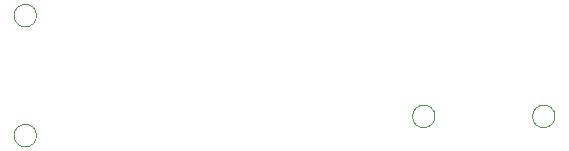
<source format=gbo>
G04 #@! TF.FileFunction,Legend,Bot*
%FSLAX46Y46*%
G04 Gerber Fmt 4.6, Leading zero omitted, Abs format (unit mm)*
G04 Created by KiCad (PCBNEW 4.0.2-stable) date Friday, 14 October 2016 'pmt' 13:51:35*
%MOMM*%
G01*
G04 APERTURE LIST*
%ADD10C,0.100000*%
G04 APERTURE END LIST*
D10*
X138109490Y-57404000D02*
G75*
G03X138109490Y-57404000I-949490J0D01*
G01*
X138109490Y-47244000D02*
G75*
G03X138109490Y-47244000I-949490J0D01*
G01*
X182000690Y-55778400D02*
G75*
G03X182000690Y-55778400I-949490J0D01*
G01*
X171840690Y-55778400D02*
G75*
G03X171840690Y-55778400I-949490J0D01*
G01*
M02*

</source>
